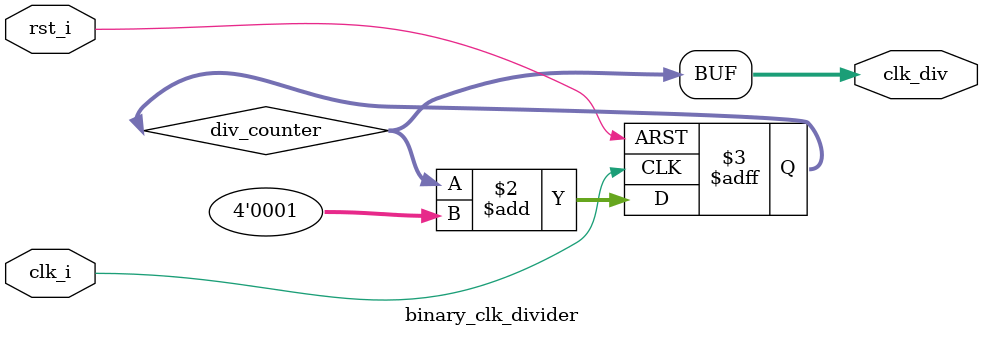
<source format=sv>

module binary_clk_divider (
    input  wire       clk_i,     // Input clock
    input  wire       rst_i,     // Asynchronous reset, active high
    output wire [3:0] clk_div    // Divided clock outputs [div2, div4, div8, div16]
);

    // Counter register for clock division
    reg [3:0] div_counter;
    
    // Counter logic with registered outputs for improved timing
    always @(posedge clk_i or posedge rst_i) begin
        if (rst_i) begin
            div_counter <= 4'b0000;
        end else begin
            div_counter <= div_counter + 4'b0001;
        end
    end
    
    // Direct counter bits as divided clock outputs
    // Each bit toggles at half the frequency of the previous bit
    assign clk_div = div_counter;

endmodule
</source>
